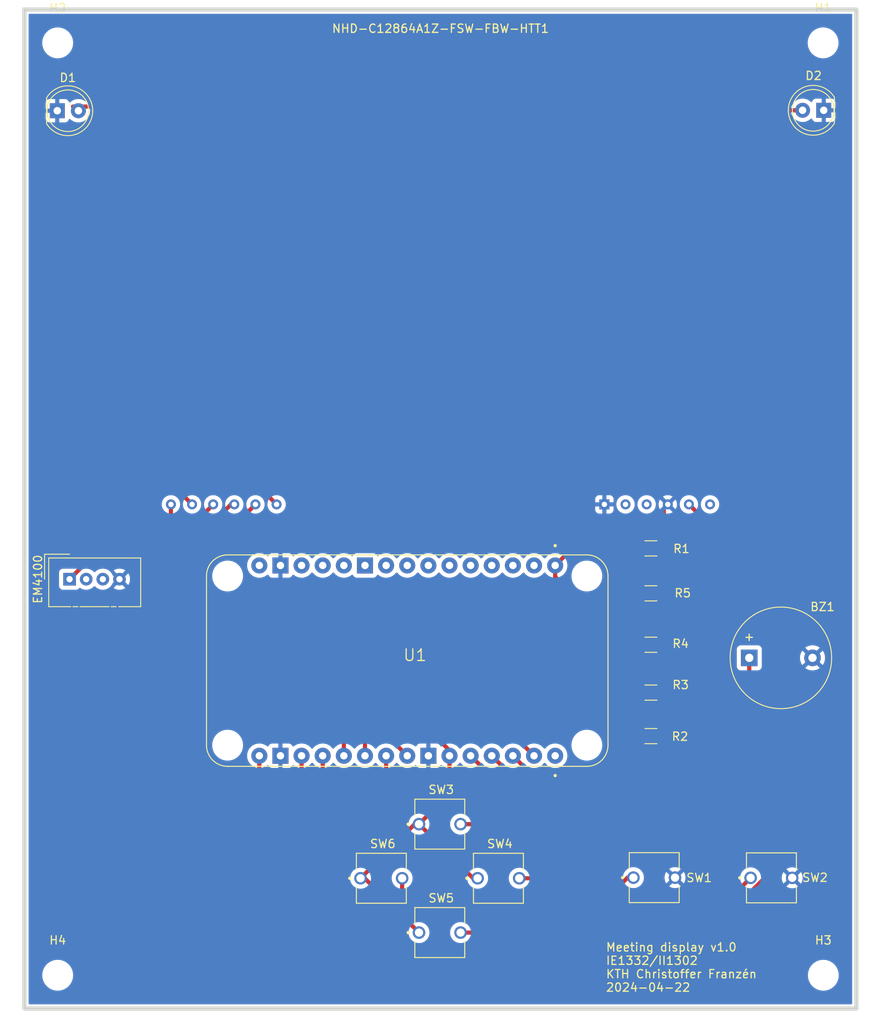
<source format=kicad_pcb>
(kicad_pcb (version 20240108) (generator "pcbnew") (generator_version "8.0")
  (title_block (title "Meeting display") (date "2024-04-22") (rev "v0.1") (comment 2 "gnu.org/licenses/gpl-3.0") (comment 3 "License: GNU v3.0") (comment 4 "Drawn by: Christoffer Franzén"))
  (layers (0 "F.Cu" signal) (31 "B.Cu" signal) (34 "B.Paste" user) (35 "F.Paste" user) (36 "B.SilkS" user "B.Silkscreen") (37 "F.SilkS" user "F.Silkscreen") (38 "B.Mask" user) (39 "F.Mask" user) (44 "Edge.Cuts" user))
  (net 0 "")
  (net 1 "GND")
  (net 2 "GREEN")
  (net 3 "+5V")
  (net 4 "HV2")
  (net 5 "HV1")
  (net 6 "Net-(R2-Pad2)")
  (net 7 "Net-(R3-Pad2)")
  (net 8 "Net-(R4-Pad2)")
  (net 9 "Net-(R5-Pad2)")
  (net 24 "~{RESET}")
  (net 25 "BUZZER")
  (net 26 "RED")
  (net 27 "SI")
  (net 28 "A0")
  (net 29 "SCL")
  (net 30 "~{CS}")
  (net 31 "3.3 (25)")
  (net 32 "3.3 (16)")
  (net 33 "BUTTONS")
  (net 34 "SW1")
  (net 35 "SW2")
  (net 36 "LV2")
  (net 37 "LV1")
  (footprint "Custom:SW_BUTT-2" (layer "F.Cu") (at 163.225 130.375)
    (property "Reference" "SW1" (at 5.4 0.025 0) (layer "F.SilkS"))
    (property "Value" "SW_Push")
    (fp_line (start -3 -3) (end 3 -3) (stroke (width 0.127)) (layer "F.SilkS"))
    (fp_line (start -3 -1.075) (end -3 -3) (stroke (width 0.127)) (layer "F.SilkS"))
    (fp_line (start -3 3) (end -3 1.075) (stroke (width 0.127)) (layer "F.SilkS"))
    (fp_line (start 3 -3) (end 3 -1.075) (stroke (width 0.127)) (layer "F.SilkS"))
    (fp_line (start 3 1.075) (end 3 3) (stroke (width 0.127)) (layer "F.SilkS"))
    (fp_line (start 3 3) (end -3 3) (stroke (width 0.127)) (layer "F.SilkS"))
    (fp_circle (center -3.8 0) (end -3.7 0) (stroke (width 0.2)) (fill none) (layer "F.SilkS"))
    (pad "1" thru_hole circle (at -2.5 0) (size 1.508 1.508) (drill 1) (layers "*.Cu" "*.Mask") (net 34 "SW1"))
    (pad "2" thru_hole circle (at 2.5 0) (size 1.508 1.508) (drill 1) (layers "*.Cu" "*.Mask") (net 1 "GND"))
  )
  (footprint "MountingHole:MountingHole_3.2mm_M3" (layer "F.Cu") (at 183.525 30.1)
    (property "Reference" "H1" (at 0 -4.2 0) (layer "F.SilkS"))
    (property "Value" "MountingHole_Pad")
    (pad "" np_thru_hole circle (at 0 0) (size 3.2 3.2) (drill 3.2) (layers "*.Cu" "*.Mask"))
  )
  (footprint "Custom:NodeMCU" (layer "F.Cu") (at 133.54 104.305 -90)
    (property "Reference" "U1" (at -0.655 -0.935 180) (layer "F.SilkS") (effects (font (size 1.4 1.4))))
    (property "Value" "NodeMCU_1.0_(ESP-12E)")
    (fp_line (start 10.16 24.13) (end -10.16 24.13) (stroke (width 0.127)) (layer "F.SilkS"))
    (fp_line (start -12.7 21.59) (end -12.7 -21.59) (stroke (width 0.127)) (layer "F.SilkS"))
    (fp_line (start 12.7 -21.59) (end 12.7 21.59) (stroke (width 0.127)) (layer "F.SilkS"))
    (fp_line (start -10.16 -24.13) (end 10.16 -24.13) (stroke (width 0.127)) (layer "F.SilkS"))
    (fp_arc (start -10.16 24.13) (mid -11.956051 23.386051) (end -12.7 21.59) (stroke (width 0.127)) (layer "F.SilkS"))
    (fp_arc (start 12.7 21.59) (mid 11.956051 23.386051) (end 10.16 24.13) (stroke (width 0.127)) (layer "F.SilkS"))
    (fp_arc (start -12.7 -21.59) (mid -11.956051 -23.386051) (end -10.16 -24.13) (stroke (width 0.127)) (layer "F.SilkS"))
    (fp_arc (start 10.16 -24.13) (mid 11.956051 -23.386051) (end 12.7 -21.59) (stroke (width 0.127)) (layer "F.SilkS"))
    (fp_circle (center -13.81 -17.78) (end -13.71 -17.78) (stroke (width 0.2)) (fill none) (layer "F.SilkS"))
    (fp_circle (center 13.81 -17.78) (end 13.91 -17.78) (stroke (width 0.2)) (fill none) (layer "F.SilkS"))
    (pad "" np_thru_hole circle (at -10.16 -21.59 270) (size 3.2 3.2) (drill 3.2) (layers "*.Cu" "*.Mask"))
    (pad "" np_thru_hole circle (at -10.16 21.59 270) (size 3.2 3.2) (drill 3.2) (layers "*.Cu" "*.Mask"))
    (pad "" np_thru_hole circle (at 10.16 -21.59 270) (size 3.2 3.2) (drill 3.2) (layers "*.Cu" "*.Mask"))
    (pad "" np_thru_hole circle (at 10.16 21.59 270) (size 3.2 3.2) (drill 3.2) (layers "*.Cu" "*.Mask"))
    (pad "1" thru_hole circle (at -11.43 -17.78 270) (size 1.93 1.93) (drill 0.889) (layers "*.Cu" "*.Mask") (net 33 "BUTTONS"))
    (pad "2" thru_hole circle (at -11.43 -15.24 270) (size 1.93 1.93) (drill 0.889) (layers "*.Cu" "*.Mask"))
    (pad "3" thru_hole circle (at -11.43 -12.7 270) (size 1.93 1.93) (drill 0.889) (layers "*.Cu" "*.Mask"))
    (pad "4" thru_hole circle (at -11.43 -10.16 270) (size 1.93 1.93) (drill 0.889) (layers "*.Cu" "*.Mask") (net 2 "GREEN"))
    (pad "5" thru_hole circle (at -11.43 -7.62 270) (size 1.93 1.93) (drill 0.889) (layers "*.Cu" "*.Mask"))
    (pad "6" thru_hole circle (at -11.43 -5.08 270) (size 1.93 1.93) (drill 0.889) (layers "*.Cu" "*.Mask"))
    (pad "7" thru_hole circle (at -11.43 -2.54 270) (size 1.93 1.93) (drill 0.889) (layers "*.Cu" "*.Mask"))
    (pad "8" thru_hole circle (at -11.43 0 270) (size 1.93 1.93) (drill 0.889) (layers "*.Cu" "*.Mask"))
    (pad "9" thru_hole circle (at -11.43 2.54 270) (size 1.93 1.93) (drill 0.889) (layers "*.Cu" "*.Mask"))
    (pad "10" thru_hole rect (at -11.43 5.08 270) (size 1.93 1.93) (drill 0.889) (layers "*.Cu" "*.Mask"))
    (pad "11" thru_hole circle (at -11.43 7.62 270) (size 1.93 1.93) (drill 0.889) (layers "*.Cu" "*.Mask"))
    (pad "12" thru_hole circle (at -11.43 10.16 270) (size 1.93 1.93) (drill 0.889) (layers "*.Cu" "*.Mask"))
    (pad "13" thru_hole circle (at -11.43 12.7 270) (size 1.93 1.93) (drill 0.889) (layers "*.Cu" "*.Mask"))
    (pad "14" thru_hole rect (at -11.43 15.24 270) (size 1.93 1.93) (drill 0.889) (layers "*.Cu" "*.Mask") (net 1 "GND"))
    (pad "15" thru_hole circle (at -11.43 17.78 270) (size 1.93 1.93) (drill 0.889) (layers "*.Cu" "*.Mask") (net 3 "+5V"))
    (pad "16" thru_hole circle (at 11.43 17.78 270) (size 1.93 1.93) (drill 0.889) (layers "*.Cu" "*.Mask") (net 32 "3.3 (16)"))
    (pad "17" thru_hole rect (at 11.43 15.24 270) (size 1.93 1.93) (drill 0.889) (layers "*.Cu" "*.Mask") (net 1 "GND"))
    (pad "18" thru_hole circle (at 11.43 12.7 270) (size 1.93 1.93) (drill 0.889) (layers "*.Cu" "*.Mask") (net 35 "SW2"))
    (pad "19" thru_hole circle (at 11.43 10.16 270) (size 1.93 1.93) (drill 0.889) (layers "*.Cu" "*.Mask") (net 34 "SW1"))
    (pad "20" thru_hole circle (at 11.43 7.62 270) (size 1.93 1.93) (drill 0.889) (layers "*.Cu" "*.Mask") (net 30 "~{CS}"))
    (pad "21" thru_hole circle (at 11.43 5.08 270) (size 1.93 1.93) (drill 0.889) (layers "*.Cu" "*.Mask") (net 27 "SI"))
    (pad "22" thru_hole circle (at 11.43 2.54 270) (size 1.93 1.93) (drill 0.889) (layers "*.Cu" "*.Mask") (net 25 "BUZZER"))
    (pad "23" thru_hole circle (at 11.43 0 270) (size 1.93 1.93) (drill 0.889) (layers "*.Cu" "*.Mask") (net 29 "SCL"))
    (pad "24" thru_hole rect (at 11.43 -2.54 270) (size 1.93 1.93) (drill 0.889) (layers "*.Cu" "*.Mask") (net 1 "GND"))
    (pad "25" thru_hole circle (at 11.43 -5.08 270) (size 1.93 1.93) (drill 0.889) (layers "*.Cu" "*.Mask") (net 31 "3.3 (25)"))
    (pad "26" thru_hole circle (at 11.43 -7.62 270) (size 1.93 1.93) (drill 0.889) (layers "*.Cu" "*.Mask") (net 24 "~{RESET}"))
    (pad "27" thru_hole circle (at 11.43 -10.16 270) (size 1.93 1.93) (drill 0.889) (layers "*.Cu" "*.Mask") (net 36 "LV2"))
    (pad "28" thru_hole circle (at 11.43 -12.7 270) (size 1.93 1.93) (drill 0.889) (layers "*.Cu" "*.Mask") (net 37 "LV1"))
    (pad "29" thru_hole circle (at 11.43 -15.24 270) (size 1.93 1.93) (drill 0.889) (layers "*.Cu" "*.Mask") (net 28 "A0"))
    (pad "30" thru_hole circle (at 11.43 -17.78 270) (size 1.93 1.93) (drill 0.889) (layers "*.Cu" "*.Mask") (net 26 "RED"))
  )
  (footprint "MountingHole:MountingHole_3.2mm_M3" (layer "F.Cu") (at 91.525 142.1)
    (property "Reference" "H4" (at 0 -4.2 0) (layer "F.SilkS"))
    (property "Value" "MountingHole_Pad")
    (pad "" np_thru_hole circle (at 0 0) (size 3.2 3.2) (drill 3.2) (layers "*.Cu" "*.Mask"))
  )
  (footprint "Resistor_SMD:R_1206_3216Metric_Pad1.30x1.75mm_HandSolder" (layer "F.Cu") (at 162.825 108.15)
    (property "Reference" "R3" (at 3.575 -0.925 0) (layer "F.SilkS"))
    (property "Value" "10k")
    (fp_line (start -0.727064 -0.91) (end 0.727064 -0.91) (stroke (width 0.12)) (layer "F.SilkS"))
    (fp_line (start -0.727064 0.91) (end 0.727064 0.91) (stroke (width 0.12)) (layer "F.SilkS"))
    (pad "1" smd roundrect (at -1.55 0) (size 1.3 1.75) (layers "F.Cu" "F.Paste" "F.Mask") (roundrect_rratio 0.192308) (net 33 "BUTTONS"))
    (pad "2" smd roundrect (at 1.55 0) (size 1.3 1.75) (layers "F.Cu" "F.Paste" "F.Mask") (roundrect_rratio 0.192308) (net 7 "Net-(R3-Pad2)"))
  )
  (footprint "Resistor_SMD:R_1206_3216Metric_Pad1.30x1.75mm_HandSolder" (layer "F.Cu") (at 162.825 113.375)
    (property "Reference" "R2" (at 3.5 0.05 0) (layer "F.SilkS"))
    (property "Value" "2,2k")
    (fp_line (start -0.727064 -0.91) (end 0.727064 -0.91) (stroke (width 0.12)) (layer "F.SilkS"))
    (fp_line (start -0.727064 0.91) (end 0.727064 0.91) (stroke (width 0.12)) (layer "F.SilkS"))
    (pad "1" smd roundrect (at -1.55 0) (size 1.3 1.75) (layers "F.Cu" "F.Paste" "F.Mask") (roundrect_rratio 0.192308) (net 33 "BUTTONS"))
    (pad "2" smd roundrect (at 1.55 0) (size 1.3 1.75) (layers "F.Cu" "F.Paste" "F.Mask") (roundrect_rratio 0.192308) (net 6 "Net-(R2-Pad2)"))
  )
  (footprint "Custom:SW_BUTT-2" (layer "F.Cu") (at 137.45 136.975)
    (property "Reference" "SW5" (at 0.175 -4.135 0) (layer "F.SilkS"))
    (property "Value" "SW_Push")
    (fp_line (start -3 -3) (end 3 -3) (stroke (width 0.127)) (layer "F.SilkS"))
    (fp_line (start -3 -1.075) (end -3 -3) (stroke (width 0.127)) (layer "F.SilkS"))
    (fp_line (start -3 3) (end -3 1.075) (stroke (width 0.127)) (layer "F.SilkS"))
    (fp_line (start 3 -3) (end 3 -1.075) (stroke (width 0.127)) (layer "F.SilkS"))
    (fp_line (start 3 1.075) (end 3 3) (stroke (width 0.127)) (layer "F.SilkS"))
    (fp_line (start 3 3) (end -3 3) (stroke (width 0.127)) (layer "F.SilkS"))
    (fp_circle (center -3.8 0) (end -3.7 0) (stroke (width 0.2)) (fill none) (layer "F.SilkS"))
    (pad "1" thru_hole circle (at -2.5 0) (size 1.508 1.508) (drill 1) (layers "*.Cu" "*.Mask") (net 31 "3.3 (25)"))
    (pad "2" thru_hole circle (at 2.5 0) (size 1.508 1.508) (drill 1) (layers "*.Cu" "*.Mask") (net 8 "Net-(R4-Pad2)"))
  )
  (footprint "Custom:SW_BUTT-2" (layer "F.Cu") (at 177.3105 130.4)
    (property "Reference" "SW2" (at 5.2395 -0.025 0) (layer "F.SilkS"))
    (property "Value" "SW_Push")
    (fp_line (start -3 -3) (end 3 -3) (stroke (width 0.127)) (layer "F.SilkS"))
    (fp_line (start -3 -1.075) (end -3 -3) (stroke (width 0.127)) (layer "F.SilkS"))
    (fp_line (start -3 3) (end -3 1.075) (stroke (width 0.127)) (layer "F.SilkS"))
    (fp_line (start 3 -3) (end 3 -1.075) (stroke (width 0.127)) (layer "F.SilkS"))
    (fp_line (start 3 1.075) (end 3 3) (stroke (width 0.127)) (layer "F.SilkS"))
    (fp_line (start 3 3) (end -3 3) (stroke (width 0.127)) (layer "F.SilkS"))
    (fp_circle (center -3.8 0) (end -3.7 0) (stroke (width 0.2)) (fill none) (layer "F.SilkS"))
    (pad "1" thru_hole circle (at -2.5 0) (size 1.508 1.508) (drill 1) (layers "*.Cu" "*.Mask") (net 35 "SW2"))
    (pad "2" thru_hole circle (at 2.5 0) (size 1.508 1.508) (drill 1) (layers "*.Cu" "*.Mask") (net 1 "GND"))
  )
  (footprint "Custom:SW_BUTT-2" (layer "F.Cu") (at 130.425 130.45)
    (property "Reference" "SW6" (at 0.175 -4.135 0) (layer "F.SilkS"))
    (property "Value" "SW_Push")
    (fp_line (start -3 -3) (end 3 -3) (stroke (width 0.127)) (layer "F.SilkS"))
    (fp_line (start -3 -1.075) (end -3 -3) (stroke (width 0.127)) (layer "F.SilkS"))
    (fp_line (start -3 3) (end -3 1.075) (stroke (width 0.127)) (layer "F.SilkS"))
    (fp_line (start 3 -3) (end 3 -1.075) (stroke (width 0.127)) (layer "F.SilkS"))
    (fp_line (start 3 1.075) (end 3 3) (stroke (width 0.127)) (layer "F.SilkS"))
    (fp_line (start 3 3) (end -3 3) (stroke (width 0.127)) (layer "F.SilkS"))
    (fp_circle (center -3.8 0) (end -3.7 0) (stroke (width 0.2)) (fill none) (layer "F.SilkS"))
    (pad "1" thru_hole circle (at -2.5 0) (size 1.508 1.508) (drill 1) (layers "*.Cu" "*.Mask") (net 31 "3.3 (25)"))
    (pad "2" thru_hole circle (at 2.5 0) (size 1.508 1.508) (drill 1) (layers "*.Cu" "*.Mask") (net 9 "Net-(R5-Pad2)"))
  )
  (footprint "Custom:SW_BUTT-2" (layer "F.Cu") (at 137.45 123.95)
    (property "Reference" "SW3" (at 0.175 -4.135 0) (layer "F.SilkS"))
    (property "Value" "SW_Push")
    (fp_line (start -3 -3) (end 3 -3) (stroke (width 0.127)) (layer "F.SilkS"))
    (fp_line (start -3 -1.075) (end -3 -3) (stroke (width 0.127)) (layer "F.SilkS"))
    (fp_line (start -3 3) (end -3 1.075) (stroke (width 0.127)) (layer "F.SilkS"))
    (fp_line (start 3 -3) (end 3 -1.075) (stroke (width 0.127)) (layer "F.SilkS"))
    (fp_line (start 3 1.075) (end 3 3) (stroke (width 0.127)) (layer "F.SilkS"))
    (fp_line (start 3 3) (end -3 3) (stroke (width 0.127)) (layer "F.SilkS"))
    (fp_circle (center -3.8 0) (end -3.7 0) (stroke (width 0.2)) (fill none) (layer "F.SilkS"))
    (pad "1" thru_hole circle (at -2.5 0) (size 1.508 1.508) (drill 1) (layers "*.Cu" "*.Mask") (net 31 "3.3 (25)"))
    (pad "2" thru_hole circle (at 2.5 0) (size 1.508 1.508) (drill 1) (layers "*.Cu" "*.Mask") (net 6 "Net-(R2-Pad2)"))
  )
  (footprint "Buzzer_Beeper:Buzzer_12x9.5RM7.6" (layer "F.Cu") (at 174.65 103.975)
    (property "Reference" "BZ1" (at 8.8 -6.125 0) (layer "F.SilkS"))
    (property "Value" "Buzzer" (hide yes))
    (fp_circle (center 3.8 0) (end 9.9 0) (stroke (width 0.12)) (fill none) (layer "F.SilkS"))
    (fp_text user "+" (at -0.01 -2.54 0) (layer "F.SilkS"))
    (pad "1" thru_hole rect (at 0 0) (size 2 2) (drill 1) (layers "*.Cu" "*.Mask") (net 25 "BUZZER"))
    (pad "2" thru_hole circle (at 7.6 0) (size 2 2) (drill 1) (layers "*.Cu" "*.Mask") (net 1 "GND"))
  )
  (footprint "Resistor_SMD:R_1206_3216Metric_Pad1.30x1.75mm_HandSolder" (layer "F.Cu") (at 162.825 90.825 180)
    (property "Reference" "R1" (at -3.675 -0.05 180) (layer "F.SilkS"))
    (property "Value" "550")
    (fp_line (start -0.727064 0.91) (end 0.727064 0.91) (stroke (width 0.12)) (layer "F.SilkS"))
    (fp_line (start -0.727064 -0.91) (end 0.727064 -0.91) (stroke (width 0.12)) (layer "F.SilkS"))
    (pad "1" smd roundrect (at -1.55 0 180) (size 1.3 1.75) (layers "F.Cu" "F.Paste" "F.Mask") (roundrect_rratio 0.192308) (net 1 "GND"))
    (pad "2" smd roundrect (at 1.55 0 180) (size 1.3 1.75) (layers "F.Cu" "F.Paste" "F.Mask") (roundrect_rratio 0.192308) (net 33 "BUTTONS"))
  )
  (footprint "Custom:NHD" (layer "F.Cu") (at 137.535 57.34)
    (property "Reference" "NHD-C12864A1Z-FSW-FBW-HTT1" (at 0 -28.956 0) (layer "F.SilkS"))
    (property "Value" "~" (hide yes))
    (pad "1" thru_hole circle (at -32.4 28.2) (size 1.2 1.2) (drill 0.65) (layers "*.Cu" "*.Mask") (net 29 "SCL"))
    (pad "2" thru_hole circle (at -29.86 28.2) (size 1.2 1.2) (drill 0.65) (layers "*.Cu" "*.Mask") (net 27 "SI"))
    (pad "3" thru_hole circle (at -27.32 28.2) (size 1.2 1.2) (drill 0.65) (layers "*.Cu" "*.Mask") (net 31 "3.3 (25)"))
    (pad "4" thru_hole circle (at -24.78 28.2) (size 1.2 1.2) (drill 0.65) (layers "*.Cu" "*.Mask") (net 28 "A0"))
    (pad "5" thru_hole circle (at -22.24 28.2) (size 1.2 1.2) (drill 0.65) (layers "*.Cu" "*.Mask") (net 24 "~{RESET}"))
    (pad "6" thru_hole circle (at -19.7 28.2) (size 1.2 1.2) (drill 0.65) (layers "*.Cu" "*.Mask") (net 30 "~{CS}"))
    (pad "7" thru_hole rect (at 19.7 28.2) (size 1.2 1.2) (drill 0.65) (layers "*.Cu" "*.Mask") (net 1 "GND"))
    (pad "8" thru_hole circle (at 22.24 28.2) (size 1.2 1.2) (drill 0.65) (layers "*.Cu" "*.Mask"))
    (pad "9" thru_hole circle (at 24.78 28.2) (size 1.2 1.2) (drill 0.65) (layers "*.Cu" "*.Mask"))
    (pad "10" thru_hole circle (at 27.32 28.2) (size 1.2 1.2) (drill 0.65) (layers "*.Cu" "*.Mask") (net 1 "GND"))
    (pad "11" thru_hole circle (at 29.86 28.2) (size 1.2 1.2) (drill 0.65) (layers "*.Cu" "*.Mask") (net 32 "3.3 (16)"))
    (pad "12" thru_hole circle (at 32.4 28.2) (size 1.2 1.2) (drill 0.65) (layers "*.Cu" "*.Mask"))
  )
  (footprint "Resistor_SMD:R_1206_3216Metric_Pad1.30x1.75mm_HandSolder" (layer "F.Cu") (at 162.825 102.4)
    (property "Reference" "R4" (at 3.575 -0.125 0) (layer "F.SilkS"))
    (property "Value" "4,7k")
    (fp_line (start -0.727064 -0.91) (end 0.727064 -0.91) (stroke (width 0.12)) (layer "F.SilkS"))
    (fp_line (start -0.727064 0.91) (end 0.727064 0.91) (stroke (width 0.12)) (layer "F.SilkS"))
    (pad "1" smd roundrect (at -1.55 0) (size 1.3 1.75) (layers "F.Cu" "F.Paste" "F.Mask") (roundrect_rratio 0.192308) (net 33 "BUTTONS"))
    (pad "2" smd roundrect (at 1.55 0) (size 1.3 1.75) (layers "F.Cu" "F.Paste" "F.Mask") (roundrect_rratio 0.192308) (net 8 "Net-(R4-Pad2)"))
  )
  (footprint "Resistor_SMD:R_1206_3216Metric_Pad1.30x1.75mm_HandSolder" (layer "F.Cu") (at 162.825 96.225)
    (property "Reference" "R5" (at 3.825 -0.025 0) (layer "F.SilkS"))
    (property "Value" "100")
    (fp_line (start -0.727064 -0.91) (end 0.727064 -0.91) (stroke (width 0.12)) (layer "F.SilkS"))
    (fp_line (start -0.727064 0.91) (end 0.727064 0.91) (stroke (width 0.12)) (layer "F.SilkS"))
    (pad "1" smd roundrect (at -1.55 0) (size 1.3 1.75) (layers "F.Cu" "F.Paste" "F.Mask") (roundrect_rratio 0.192308) (net 33 "BUTTONS"))
    (pad "2" smd roundrect (at 1.55 0) (size 1.3 1.75) (layers "F.Cu" "F.Paste" "F.Mask") (roundrect_rratio 0.192308) (net 9 "Net-(R5-Pad2)"))
  )
  (footprint "LED_THT:LED_D5.0mm" (layer "F.Cu") (at 91.475 38.25)
    (property "Reference" "D1" (at 1.27 -3.96 0) (layer "F.SilkS"))
    (property "Value" "RED")
    (fp_line (start -1.29 -1.545) (end -1.29 1.545) (stroke (width 0.12)) (layer "F.SilkS"))
    (fp_arc (start -1.29 -1.54483) (mid 2.072002 -2.880433) (end 4.26 0.000462) (stroke (width 0.12)) (layer "F.SilkS"))
    (fp_arc (start 4.26 -0.000462) (mid 2.072002 2.880433) (end -1.29 1.54483) (stroke (width 0.12)) (layer "F.SilkS"))
    (fp_circle (center 1.27 0) (end 3.77 0) (stroke (width 0.12)) (fill none) (layer "F.SilkS"))
    (pad "1" thru_hole rect (at 0 0) (size 1.8 1.8) (drill 0.9) (layers "*.Cu" "*.Mask") (net 1 "GND"))
    (pad "2" thru_hole circle (at 2.54 0) (size 1.8 1.8) (drill 0.9) (layers "*.Cu" "*.Mask") (net 26 "RED"))
  )
  (footprint "Connector:NS-Tech_Grove_1x04_P2mm_Vertical" (layer "F.Cu") (at 92.95 94.525 90)
    (property "Reference" "EM4100" (at 0 -3.81 90) (layer "F.SilkS"))
    (property "Value" "~" (hide yes))
    (fp_line (start 3 -3) (end 3 0) (stroke (width 0.12)) (layer "F.SilkS"))
    (fp_line (start 0 -3) (end 3 -3) (stroke (width 0.12)) (layer "F.SilkS"))
    (fp_line (start 2.55 -2.5) (end 2.55 8.55) (stroke (width 0.12)) (layer "F.SilkS"))
    (fp_line (start -3.3 -2.5) (end 2.55 -2.5) (stroke (width 0.12)) (layer "F.SilkS"))
    (fp_line (start -3.3 -2.5) (end -3.3 0.15) (stroke (width 0.12)) (layer "F.SilkS"))
    (fp_line (start -3.3 0.4) (end -3.3 1) (stroke (width 0.12)) (layer "F.SilkS"))
    (fp_line (start -3.3 1.25) (end -3.3 4.75) (stroke (width 0.12)) (layer "F.SilkS"))
    (fp_line (start -3.3 5) (end -3.3 5.6) (stroke (width 0.12)) (layer "F.SilkS"))
    (fp_line (start -3.3 5.9) (end -3.3 8.55) (stroke (width 0.12)) (layer "F.SilkS"))
    (fp_line (start -3.3 8.55) (end 2.55 8.55) (stroke (width 0.12)) (layer "F.SilkS"))
    (pad "1" thru_hole rect (at 0 0 90) (size 1.524 1.524) (drill 0.762) (layers "*.Cu" "*.Mask") (net 4 "HV2"))
    (pad "2" thru_hole circle (at 0 2 90) (size 1.524 1.524) (drill 0.762) (layers "*.Cu" "*.Mask") (net 5 "HV1"))
    (pad "3" thru_hole circle (at 0 4 90) (size 1.524 1.524) (drill 0.762) (layers "*.Cu" "*.Mask") (net 3 "+5V"))
    (pad "4" thru_hole circle (at 0 6 90) (size 1.524 1.524) (drill 0.762) (layers "*.Cu" "*.Mask") (net 1 "GND"))
  )
  (footprint "MountingHole:MountingHole_3.2mm_M3" (layer "F.Cu") (at 183.55 142.1)
    (property "Reference" "H3" (at 0 -4.2 0) (layer "F.SilkS"))
    (property "Value" "MountingHole_Pad")
    (pad "" np_thru_hole circle (at 0 0) (size 3.2 3.2) (drill 3.2) (layers "*.Cu" "*.Mask"))
  )
  (footprint "Custom:SW_BUTT-2" (layer "F.Cu") (at 144.5 130.45)
    (property "Reference" "SW4" (at 0.175 -4.135 0) (layer "F.SilkS"))
    (property "Value" "SW_Push")
    (fp_line (start -3 -3) (end 3 -3) (stroke (width 0.127)) (layer "F.SilkS"))
    (fp_line (start -3 -1.075) (end -3 -3) (stroke (width 0.127)) (layer "F.SilkS"))
    (fp_line (start -3 3) (end -3 1.075) (stroke (width 0.127)) (layer "F.SilkS"))
    (fp_line (start 3 -3) (end 3 -1.075) (stroke (width 0.127)) (layer "F.SilkS"))
    (fp_line (start 3 1.075) (end 3 3) (stroke (width 0.127)) (layer "F.SilkS"))
    (fp_line (start 3 3) (end -3 3) (stroke (width 0.127)) (layer "F.SilkS"))
    (fp_circle (center -3.8 0) (end -3.7 0) (stroke (width 0.2)) (fill none) (layer "F.SilkS"))
    (pad "1" thru_hole circle (at -2.5 0) (size 1.508 1.508) (drill 1) (layers "*.Cu" "*.Mask") (net 31 "3.3 (25)"))
    (pad "2" thru_hole circle (at 2.5 0) (size 1.508 1.508) (drill 1) (layers "*.Cu" "*.Mask") (net 7 "Net-(R3-Pad2)"))
  )
  (footprint "LED_THT:LED_D5.0mm" (layer "F.Cu") (at 183.6 38.2 180)
    (property "Reference" "D2" (at 1.225 4.15 180) (layer "F.SilkS"))
    (property "Value" "GREEN")
    (fp_line (start -1.29 -1.545) (end -1.29 1.545) (stroke (width 0.12)) (layer "F.SilkS"))
    (fp_arc (start 4.26 -0.000462) (mid 2.072002 2.880433) (end -1.29 1.54483) (stroke (width 0.12)) (layer "F.SilkS"))
    (fp_arc (start -1.29 -1.54483) (mid 2.072002 -2.880433) (end 4.26 0.000462) (stroke (width 0.12)) (layer "F.SilkS"))
    (fp_circle (center 1.27 0) (end 3.77 0) (stroke (width 0.12)) (fill none) (layer "F.SilkS"))
    (pad "1" thru_hole rect (at 0 0 180) (size 1.8 1.8) (drill 0.9) (layers "*.Cu" "*.Mask") (net 1 "GND"))
    (pad "2" thru_hole circle (at 2.54 0 180) (size 1.8 1.8) (drill 0.9) (layers "*.Cu" "*.Mask") (net 2 "GREEN"))
  )
  (footprint "MountingHole:MountingHole_3.2mm_M3" (layer "F.Cu") (at 91.525 30.1)
    (property "Reference" "H2" (at 0 -4.2 0) (layer "F.SilkS"))
    (property "Value" "MountingHole_Pad")
    (pad "" np_thru_hole circle (at 0 0) (size 3.2 3.2) (drill 3.2) (layers "*.Cu" "*.Mask"))
  )
  (gr_rect (start 87.525 26.1) (end 187.525 146.1) (stroke (width 0.5)) (fill none) (layer "Edge.Cuts"))
  (gr_text "Meeting display v1.0\nIE1332/II1302\nKTH Christoffer Franzén\n2024-04-22" (at 157.35 144.15 0) (layer "F.SilkS") (effects (font (size 1 1)) (justify left bottom)))
  (segment (start 160.95 120.475) (end 163.25 118.175) (width 0.5) (layer "F.Cu") (net 0))
  (segment (start 154.725 45.975) (end 162.5 38.2) (width 0.5) (layer "F.Cu") (net 0))
  (segment (start 150.615 89.15) (end 99.215 37.75) (width 0.5) (layer "F.Cu") (net 0))
  (segment (start 156.575 88.1) (end 154.725 86.25) (width 0.5) (layer "F.Cu") (net 0))
  (segment (start 154.725 86.25) (end 154.725 45.975) (width 0.5) (layer "F.Cu") (net 0))
  (segment (start 141.16 115.735) (end 145.9 120.475) (width 0.5) (layer "F.Cu") (net 0))
  (segment (start 162.5 38.2) (end 181.06 38.2) (width 0.5) (layer "F.Cu") (net 0))
  (segment (start 161.9 88.1) (end 156.575 88.1) (width 0.5) (layer "F.Cu") (net 0))
  (segment (start 143.7 115.735) (end 147.29 119.325) (width 0.5) (layer "F.Cu") (net 0))
  (segment (start 99.215 37.75) (end 93.365 37.75) (width 0.5) (layer "F.Cu") (net 0))
  (segment (start 160.8 119.325) (end 162.375 117.75) (width 0.5) (layer "F.Cu") (net 0))
  (segment (start 163.25 89.45) (end 161.9 88.1) (width 0.5) (layer "F.Cu") (net 0))
  (segment (start 145.9 120.475) (end 160.95 120.475) (width 0.5) (layer "F.Cu") (net 0))
  (segment (start 162.375 89.903122) (end 161.621878 89.15) (width 0.5) (layer "F.Cu") (net 0))
  (segment (start 161.621878 89.15) (end 150.615 89.15) (width 0.5) (layer "F.Cu") (net 0))
  (segment (start 163.25 118.175) (end 163.25 89.45) (width 0.5) (layer "F.Cu") (net 0))
  (segment (start 147.29 119.325) (end 160.8 119.325) (width 0.5) (layer "F.Cu") (net 0))
  (segment (start 162.375 117.75) (end 162.375 89.903122) (width 0.5) (layer "F.Cu") (net 0))
  (segment (start 164.375 86.02) (end 164.375 90.825) (width 0.5) (layer "F.Cu") (net 1))
  (segment (start 164.855 85.54) (end 164.375 86.02) (width 0.5) (layer "F.Cu") (net 1))
  (segment (start 96.95 94.25) (end 96.95 94.525) (width 0.5) (layer "F.Cu") (net 3))
  (segment (start 107.825 78.75) (end 102.125 78.75) (width 0.5) (layer "F.Cu") (net 4))
  (segment (start 118.375 80.275) (end 109.35 80.275) (width 0.5) (layer "F.Cu") (net 4))
  (segment (start 99.25 88.225) (end 92.95 94.525) (width 0.5) (layer "F.Cu") (net 4))
  (segment (start 138.525 87.7) (end 125.8 87.7) (width 0.5) (layer "F.Cu") (net 4))
  (segment (start 125.8 87.7) (end 118.375 80.275) (width 0.5) (layer "F.Cu") (net 4))
  (segment (start 109.35 80.275) (end 107.825 78.75) (width 0.5) (layer "F.Cu") (net 4))
  (segment (start 102.125 78.75) (end 99.25 81.625) (width 0.5) (layer "F.Cu") (net 4))
  (segment (start 99.25 81.625) (end 99.25 88.225) (width 0.5) (layer "F.Cu") (net 4))
  (segment (start 158.875 123.95) (end 164.375 118.45) (width 0.5) (layer "F.Cu") (net 6))
  (segment (start 164.375 118.45) (end 164.375 113.375) (width 0.5) (layer "F.Cu") (net 6))
  (segment (start 139.95 123.95) (end 140 123.9) (width 0.5) (layer "F.Cu") (net 6))
  (segment (start 139.575 123.95) (end 158.875 123.95) (width 0.5) (layer "F.Cu") (net 6))
  (segment (start 168 110) (end 166.15 108.15) (width 0.5) (layer "F.Cu") (net 7))
  (segment (start 153.75 130.45) (end 168 116.2) (width 0.5) (layer "F.Cu") (net 7))
  (segment (start 146.625 130.45) (end 153.75 130.45) (width 0.5) (layer "F.Cu") (net 7))
  (segment (start 147.05 130.4) (end 147 130.45) (width 0.5) (layer "F.Cu") (net 7))
  (segment (start 166.15 108.15) (end 164.375 108.15) (width 0.5) (layer "F.Cu") (net 7))
  (segment (start 168 116.2) (end 168 110) (width 0.5) (layer "F.Cu") (net 7))
  (segment (start 164.625 102.4) (end 164.375 102.4) (width 0.5) (layer "F.Cu") (net 8))
  (segment (start 168.9 106.675) (end 168.9 116.875) (width 0.5) (layer "F.Cu") (net 8))
  (segment (start 148.8 136.975) (end 139.95 136.975) (width 0.5) (layer "F.Cu") (net 8))
  (segment (start 139.975 137) (end 139.95 136.975) (width 0.5) (layer "F.Cu") (net 8))
  (segment (start 168.9 116.875) (end 148.8 136.975) (width 0.5) (layer "F.Cu") (net 8))
  (segment (start 168.9 106.675) (end 164.625 102.4) (width 0.5) (layer "F.Cu") (net 8))
  (segment (start 164.375 97.3) (end 170.725 103.65) (width 0.5) (layer "F.Cu") (net 9))
  (segment (start 170.725 103.65) (end 170.725 116.6) (width 0.5) (layer "F.Cu") (net 9))
  (segment (start 132.925 132.425) (end 132.925 130.45) (width 0.5) (layer "F.Cu") (net 9))
  (segment (start 164.375 96.225) (end 164.375 97.3) (width 0.5) (layer "F.Cu") (net 9))
  (segment (start 148.15 139.175) (end 139.675 139.175) (width 0.5) (layer "F.Cu") (net 9))
  (segment (start 139.675 139.175) (end 132.925 132.425) (width 0.5) (layer "F.Cu") (net 9))
  (segment (start 170.725 116.6) (end 148.15 139.175) (width 0.5) (layer "F.Cu") (net 9))
  (segment (start 156.85 118.325) (end 158.85 116.325) (width 0.5) (layer "F.Cu") (net 24))
  (segment (start 158.85 113.275) (end 156.625 111.05) (width 0.5) (layer "F.Cu") (net 24))
  (segment (start 131.75 107.175) (end 112.675 107.175) (width 0.5) (layer "F.Cu") (net 24))
  (segment (start 135.625 111.05) (end 131.75 107.175) (width 0.5) (layer "F.Cu") (net 24))
  (segment (start 146.24 115.735) (end 148.83 118.325) (width 0.5) (layer "F.Cu") (net 24))
  (segment (start 156.625 111.05) (end 135.625 111.05) (width 0.5) (layer "F.Cu") (net 24))
  (segment (start 108.75 103.25) (end 108.75 92.085) (width 0.5) (layer "F.Cu") (net 24))
  (segment (start 158.85 116.325) (end 158.85 113.275) (width 0.5) (layer "F.Cu") (net 24))
  (segment (start 148.83 118.325) (end 156.85 118.325) (width 0.5) (layer "F.Cu") (net 24))
  (segment (start 108.75 92.085) (end 115.295 85.54) (width 0.5) (layer "F.Cu") (net 24))
  (segment (start 112.675 107.175) (end 108.75 103.25) (width 0.5) (layer "F.Cu") (net 24))
  (segment (start 131 115.735) (end 131 117.4) (width 0.5) (layer "F.Cu") (net 25))
  (segment (start 131 117.4) (end 130.5 117.9) (width 0.5) (layer "F.Cu") (net 25))
  (segment (start 130.5 117.9) (end 124.75 117.9) (width 0.5) (layer "F.Cu") (net 25))
  (segment (start 128.2 142.35) (end 146.625 142.35) (width 0.5) (layer "F.Cu") (net 25))
  (segment (start 174.65 114.325) (end 174.65 103.975) (width 0.5) (layer "F.Cu") (net 25))
  (segment (start 120.075 122.575) (end 120.075 134.225) (width 0.5) (layer "F.Cu") (net 25))
  (segment (start 120.075 134.225) (end 128.2 142.35) (width 0.5) (layer "F.Cu") (net 25))
  (segment (start 124.75 117.9) (end 120.075 122.575) (width 0.5) (layer "F.Cu") (net 25))
  (segment (start 146.625 142.35) (end 174.65 114.325) (width 0.5) (layer "F.Cu") (net 25))
  (segment (start 103.55 103.925) (end 110.8 111.175) (width 0.5) (layer "F.Cu") (net 27))
  (segment (start 104.2 83.7) (end 103.55 84.35) (width 0.5) (layer "F.Cu") (net 27))
  (segment (start 110.8 111.175) (end 126.9 111.175) (width 0.5) (layer "F.Cu") (net 27))
  (segment (start 103.55 84.35) (end 103.55 103.925) (width 0.5) (layer "F.Cu") (net 27))
  (segment (start 105.835 83.7) (end 104.2 83.7) (width 0.5) (layer "F.Cu") (net 27))
  (segment (start 128.46 112.735) (end 128.46 115.735) (width 0.5) (layer "F.Cu") (net 27))
  (segment (start 107.675 85.54) (end 105.835 83.7) (width 0.5) (layer "F.Cu") (net 27))
  (segment (start 126.9 111.175) (end 128.46 112.735) (width 0.5) (layer "F.Cu") (net 27))
  (segment (start 112.755 85.54) (end 112.36 85.54) (width 0.5) (layer "F.Cu") (net 28))
  (segment (start 134.4 112.1) (end 137.75 112.1) (width 0.5) (layer "F.Cu") (net 28))
  (segment (start 107.775 103.95) (end 112.075 108.25) (width 0.5) (layer "F.Cu") (net 28))
  (segment (start 107.775 90.125) (end 107.775 103.95) (width 0.5) (layer "F.Cu") (net 28))
  (segment (start 130.55 108.25) (end 134.4 112.1) (width 0.5) (layer "F.Cu") (net 28))
  (segment (start 112.36 85.54) (end 107.775 90.125) (width 0.5) (layer "F.Cu") (net 28))
  (segment (start 145.145 112.1) (end 148.78 115.735) (width 0.5) (layer "F.Cu") (net 28))
  (segment (start 112.075 108.25) (end 130.55 108.25) (width 0.5) (layer "F.Cu") (net 28))
  (segment (start 137.75 112.1) (end 145.145 112.1) (width 0.5) (layer "F.Cu") (net 28))
  (segment (start 111.35 110.2) (end 128.005 110.2) (width 0.5) (layer "F.Cu") (net 29))
  (segment (start 105.135 85.54) (end 105.135 103.985) (width 0.5) (layer "F.Cu") (net 29))
  (segment (start 128.005 110.2) (end 133.54 115.735) (width 0.5) (layer "F.Cu") (net 29))
  (segment (start 105.135 103.985) (end 111.35 110.2) (width 0.5) (layer "F.Cu") (net 29))
  (segment (start 103.35 82.275) (end 106.175 82.275) (width 0.5) (layer "F.Cu") (net 30))
  (segment (start 125.92 115.735) (end 125.92 112.645) (width 0.5) (layer "F.Cu") (net 30))
  (segment (start 125.92 112.645) (end 125.375 112.1) (width 0.5) (layer "F.Cu") (net 30))
  (segment (start 102.425 104.2) (end 102.425 83.2) (width 0.5) (layer "F.Cu") (net 30))
  (segment (start 110.325 112.1) (end 102.425 104.2) (width 0.5) (layer "F.Cu") (net 30))
  (segment (start 115.945 83.65) (end 117.835 85.54) (width 0.5) (layer "F.Cu") (net 30))
  (segment (start 102.425 83.2) (end 103.35 82.275) (width 0.5) (layer "F.Cu") (net 30))
  (segment (start 125.375 112.1) (end 110.325 112.1) (width 0.5) (layer "F.Cu") (net 30))
  (segment (start 107.55 83.65) (end 115.945 83.65) (width 0.5) (layer "F.Cu") (net 30))
  (segment (start 106.175 82.275) (end 107.55 83.65) (width 0.5) (layer "F.Cu") (net 30))
  (segment (start 129.225 109.225) (end 133.4 113.4) (width 0.5) (layer "F.Cu") (net 31))
  (segment (start 133.4 113.4) (end 136.925 113.4) (width 0.5) (layer "F.Cu") (net 31))
  (segment (start 134.95 136.975) (end 128.425 130.45) (width 0.5) (layer "F.Cu") (net 31))
  (segment (start 136.925 113.4) (end 138.62 115.095) (width 0.5) (layer "F.Cu") (net 31))
  (segment (start 127.925 130.45) (end 134.425 123.95) (width 0.5) (layer "F.Cu") (net 31))
  (segment (start 142 130.45) (end 141.45 130.45) (width 0.5) (layer "F.Cu") (net 31))
  (segment (start 128.425 130.45) (end 127.925 130.45) (width 0.5) (layer "F.Cu") (net 31))
  (segment (start 110.215 85.56) (end 106.5 89.275) (width 0.5) (layer "F.Cu") (net 31))
  (segment (start 138.62 115.095) (end 138.62 115.735) (width 0.5) (layer "F.Cu") (net 31))
  (segment (start 110.215 85.54) (end 110.215 85.56) (width 0.5) (layer "F.Cu") (net 31))
  (segment (start 106.5 104.125) (end 111.6 109.225) (width 0.5) (layer "F.Cu") (net 31))
  (segment (start 111.6 109.225) (end 129.225 109.225) (width 0.5) (layer "F.Cu") (net 31))
  (segment (start 134.425 123.95) (end 134.95 123.95) (width 0.5) (layer "F.Cu") (net 31))
  (segment (start 141.45 130.45) (end 134.95 123.95) (width 0.5) (layer "F.Cu") (net 31))
  (segment (start 135.475 136.975) (end 134.95 136.975) (width 0.5) (layer "F.Cu") (net 31))
  (segment (start 106.5 89.275) (end 106.5 104.125) (width 0.5) (layer "F.Cu") (net 31))
  (segment (start 138.62 115.735) (end 138.62 119.905) (width 0.5) (layer "F.Cu") (net 31))
  (segment (start 138.62 120.28) (end 134.95 123.95) (width 0.5) (layer "F.Cu") (net 31))
  (segment (start 138.62 119.905) (end 138.62 120.28) (width 0.5) (layer "F.Cu") (net 31))
  (segment (start 176.5 130.413214) (end 170.438214 136.475) (width 0.5) (layer "F.Cu") (net 32))
  (segment (start 117.15 135.1) (end 117.15 118.775) (width 0.5) (layer "F.Cu") (net 32))
  (segment (start 156.525 136.475) (end 147.975 145.025) (width 0.5) (layer "F.Cu") (net 32))
  (segment (start 176.5 94.645) (end 176.5 130.413214) (width 0.5) (layer "F.Cu") (net 32))
  (segment (start 127.075 145.025) (end 117.15 135.1) (width 0.5) (layer "F.Cu") (net 32))
  (segment (start 170.438214 136.475) (end 156.525 136.475) (width 0.5) (layer "F.Cu") (net 32))
  (segment (start 147.975 145.025) (end 127.075 145.025) (width 0.5) (layer "F.Cu") (net 32))
  (segment (start 117.15 118.775) (end 115.76 117.385) (width 0.5) (layer "F.Cu") (net 32))
  (segment (start 115.76 117.385) (end 115.76 115.735) (width 0.5) (layer "F.Cu") (net 32))
  (segment (start 167.395 85.54) (end 176.5 94.645) (width 0.5) (layer "F.Cu") (net 32))
  (segment (start 159.580284 102.5) (end 155.665142 98.584858) (width 0.5) (layer "F.Cu") (net 33))
  (segment (start 151.32 92.875) (end 153.37 90.825) (width 0.5) (layer "F.Cu") (net 33))
  (segment (start 151.32 92.875) (end 151.32 94.239716) (width 0.5) (layer "F.Cu") (net 33))
  (segment (start 159.580284 102.5) (end 161.275 104.194716) (width 0.5) (layer "F.Cu") (net 33))
  (segment (start 161.275 96.225) (end 158.025 96.225) (width 0.5) (layer "F.Cu") (net 33))
  (segment (start 159.580284 102.5) (end 159.680284 102.4) (width 0.5) (layer "F.Cu") (net 33))
  (segment (start 158.025 96.225) (end 155.665142 98.584858) (width 0.5) (layer "F.Cu") (net 33))
  (segment (start 161.275 104.194716) (end 161.275 108.15) (width 0.5) (layer "F.Cu") (net 33))
  (segment (start 151.32 94.239716) (end 153.380284 96.3) (width 0.5) (layer "F.Cu") (net 33))
  (segment (start 161.275 108.15) (end 161.275 113.375) (width 0.5) (layer "F.Cu") (net 33))
  (segment (start 159.680284 102.4) (end 161.275 102.4) (width 0.5) (layer "F.Cu") (net 33))
  (segment (start 155.665142 98.584858) (end 153.380284 96.3) (width 0.5) (layer "F.Cu") (net 33))
  (segment (start 153.37 90.825) (end 161.275 90.825) (width 0.5) (layer "F.Cu") (net 33))
  (segment (start 119 134.5) (end 119 122.225) (width 0.5) (layer "F.Cu") (net 34))
  (segment (start 119 122.225) (end 123.38 117.845) (width 0.5) (layer "F.Cu") (net 34))
  (segment (start 147.15 143.25) (end 127.75 143.25) (width 0.5) (layer "F.Cu") (net 34))
  (segment (start 127.75 143.25) (end 119 134.5) (width 0.5) (layer "F.Cu") (net 34))
  (segment (start 123.38 117.845) (end 123.38 115.735) (width 0.5) (layer "F.Cu") (net 34))
  (segment (start 160.025 130.375) (end 147.15 143.25) (width 0.5) (layer "F.Cu") (net 34))
  (segment (start 160.725 130.375) (end 160.025 130.375) (width 0.5) (layer "F.Cu") (net 34))
  (segment (start 174.8105 130.4) (end 169.5855 135.625) (width 0.5) (layer "F.Cu") (net 35))
  (segment (start 120.84 119.135) (end 120.84 115.735) (width 0.5) (layer "F.Cu") (net 35))
  (segment (start 118.1 134.875) (end 118.1 121.875) (width 0.5) (layer "F.Cu") (net 35))
  (segment (start 169.5855 135.625) (end 156.125 135.625) (width 0.5) (layer "F.Cu") (net 35))
  (segment (start 118.1 121.875) (end 120.84 119.135) (width 0.5) (layer "F.Cu") (net 35))
  (segment (start 127.35 144.125) (end 118.1 134.875) (width 0.5) (layer "F.Cu") (net 35))
  (segment (start 147.625 144.125) (end 127.35 144.125) (width 0.5) (layer "F.Cu") (net 35))
  (segment (start 156.125 135.625) (end 147.625 144.125) (width 0.5) (layer "F.Cu") (net 35))
  (zone (net 1) (net_name "GND") (layer "B.Cu") (connect_pads (clearance 0.5)) (min_thickness 0.25) (fill yes (thermal_gap 0.5) (thermal_bridge_width 0.5))
    (polygon (pts (xy 86.85 25.6) (xy 86.8 147.975) (xy 188.75 147.25) (xy 188.75 24.95)))
  )
)
</source>
